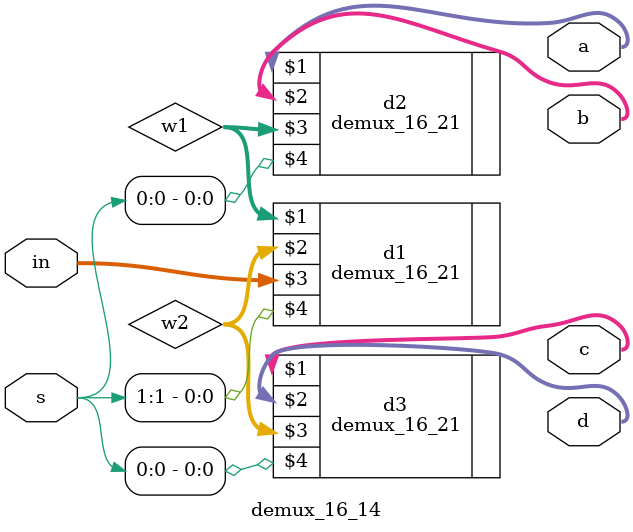
<source format=v>
`timescale 1ns / 1ps
module demux_16_14(a,b,c,d,s,in);
output [15:0]a,b,c,d;
input [1:0]s;
input [15:0]in;
wire [15:0]w1,w2;

demux_16_21 d1 ( w1,w2,in,s[1]);
demux_16_21 d2 ( a,b,w1,s[0]);
demux_16_21 d3 ( c,d,w2,s[0]);




 endmodule

</source>
